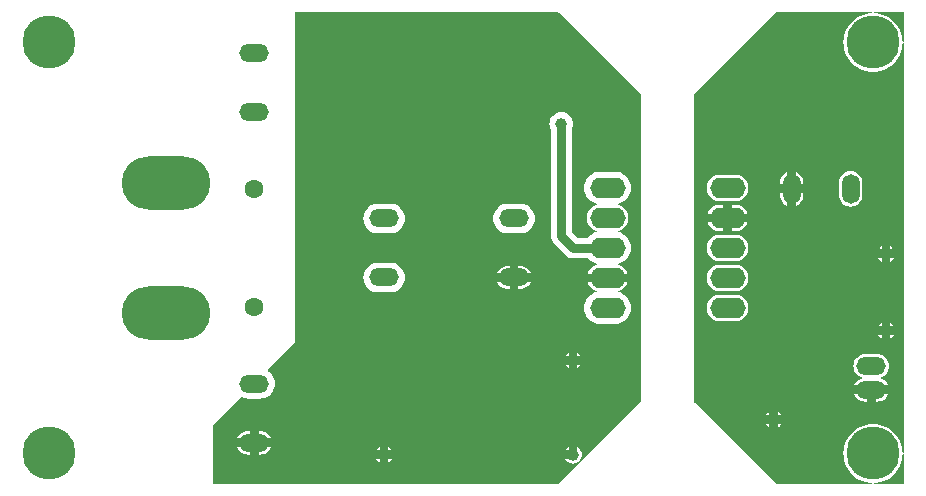
<source format=gbl>
G04 Layer_Physical_Order=2*
G04 Layer_Color=16711680*
%FSLAX25Y25*%
%MOIN*%
G70*
G01*
G75*
%ADD19C,0.02953*%
%ADD21C,0.06299*%
%ADD22O,0.11811X0.06890*%
%ADD23O,0.09843X0.05906*%
%ADD24C,0.17716*%
%ADD25O,0.05906X0.09843*%
%ADD26O,0.09843X0.05906*%
%ADD27O,0.29528X0.17716*%
%ADD28C,0.03937*%
G36*
X284764Y78347D02*
X283936Y78300D01*
X282846Y78115D01*
X281784Y77809D01*
X280762Y77386D01*
X279795Y76851D01*
X278893Y76211D01*
X278069Y75475D01*
X277332Y74650D01*
X276692Y73749D01*
X276158Y72781D01*
X275734Y71760D01*
X275429Y70698D01*
X275243Y69608D01*
X275181Y68504D01*
X275243Y67400D01*
X275429Y66310D01*
X275734Y65248D01*
X276158Y64227D01*
X276692Y63259D01*
X277332Y62358D01*
X278069Y61533D01*
X278893Y60797D01*
X279795Y60157D01*
X280762Y59622D01*
X281784Y59199D01*
X282846Y58893D01*
X283936Y58708D01*
X285039Y58646D01*
X286143Y58708D01*
X287233Y58893D01*
X288295Y59199D01*
X289317Y59622D01*
X290284Y60157D01*
X291186Y60797D01*
X292010Y61533D01*
X292747Y62358D01*
X293386Y63259D01*
X293921Y64227D01*
X294344Y65248D01*
X294650Y66310D01*
X294835Y67400D01*
X294882Y68229D01*
X295276Y68218D01*
Y-68218D01*
X294882Y-68230D01*
X294835Y-67400D01*
X294650Y-66310D01*
X294344Y-65248D01*
X293921Y-64227D01*
X293386Y-63259D01*
X292747Y-62357D01*
X292010Y-61533D01*
X291186Y-60797D01*
X290284Y-60157D01*
X289317Y-59622D01*
X288295Y-59199D01*
X287233Y-58893D01*
X286143Y-58708D01*
X285039Y-58646D01*
X283936Y-58708D01*
X282846Y-58893D01*
X281783Y-59199D01*
X280762Y-59622D01*
X279795Y-60157D01*
X278893Y-60797D01*
X278069Y-61533D01*
X277332Y-62357D01*
X276692Y-63259D01*
X276157Y-64227D01*
X275734Y-65248D01*
X275429Y-66310D01*
X275243Y-67400D01*
X275181Y-68504D01*
X275243Y-69608D01*
X275429Y-70697D01*
X275734Y-71760D01*
X276157Y-72781D01*
X276692Y-73749D01*
X277332Y-74650D01*
X278069Y-75475D01*
X278893Y-76211D01*
X279795Y-76851D01*
X280762Y-77386D01*
X281783Y-77809D01*
X282846Y-78115D01*
X283936Y-78300D01*
X284765Y-78347D01*
X284754Y-78740D01*
X252953Y-78740D01*
X225442Y-51229D01*
X225451Y-51181D01*
X225422Y-51037D01*
X225413Y-50943D01*
X225451Y51181D01*
X225442Y51229D01*
X252953Y78740D01*
X284753D01*
X284764Y78347D01*
D02*
G37*
G36*
X207629Y51229D02*
X207620Y51181D01*
X207648Y51037D01*
X207658Y50943D01*
X207620Y-51181D01*
X207629Y-51229D01*
X180118Y-78740D01*
X64961D01*
Y-59055D01*
X74414Y-49602D01*
X74531Y-49674D01*
X75246Y-49970D01*
X75999Y-50151D01*
X76772Y-50212D01*
X80709D01*
X81481Y-50151D01*
X82234Y-49970D01*
X82950Y-49674D01*
X83610Y-49269D01*
X84199Y-48766D01*
X84702Y-48177D01*
X85107Y-47517D01*
X85404Y-46801D01*
X85584Y-46048D01*
X85645Y-45276D01*
X85584Y-44503D01*
X85404Y-43750D01*
X85107Y-43034D01*
X84702Y-42374D01*
X84199Y-41785D01*
X83610Y-41282D01*
X83338Y-41115D01*
X83292Y-40724D01*
X92520Y-31496D01*
Y78740D01*
X180118Y78740D01*
X207629Y51229D01*
D02*
G37*
G36*
X295276Y68790D02*
X294882Y68779D01*
X294835Y69608D01*
X294650Y70698D01*
X294344Y71760D01*
X293921Y72781D01*
X293386Y73749D01*
X292747Y74650D01*
X292010Y75475D01*
X291186Y76211D01*
X290284Y76851D01*
X289317Y77386D01*
X288295Y77809D01*
X287233Y78115D01*
X286143Y78300D01*
X285315Y78347D01*
X285326Y78740D01*
X295276D01*
Y68790D01*
D02*
G37*
G36*
Y-68789D02*
Y-78740D01*
X285325D01*
X285314Y-78347D01*
X286143Y-78300D01*
X287233Y-78115D01*
X288295Y-77809D01*
X289317Y-77386D01*
X290284Y-76851D01*
X291186Y-76211D01*
X292010Y-75475D01*
X292747Y-74650D01*
X293386Y-73749D01*
X293921Y-72781D01*
X294344Y-71760D01*
X294650Y-70697D01*
X294835Y-69608D01*
X294882Y-68778D01*
X295276Y-68789D01*
D02*
G37*
%LPC*%
G36*
X253445Y-54528D02*
Y-55610D01*
X254527D01*
X254435Y-55438D01*
X254066Y-54989D01*
X253617Y-54620D01*
X253445Y-54528D01*
D02*
G37*
G36*
X183563Y-38878D02*
X182480D01*
X182572Y-39050D01*
X182941Y-39500D01*
X183391Y-39869D01*
X183563Y-39961D01*
Y-38878D01*
D02*
G37*
G36*
X286417Y-35414D02*
X282480D01*
X281709Y-35490D01*
X280966Y-35715D01*
X280282Y-36081D01*
X279683Y-36573D01*
X279191Y-37172D01*
X278825Y-37856D01*
X278600Y-38598D01*
X278524Y-39370D01*
X278600Y-40142D01*
X278825Y-40884D01*
X279191Y-41568D01*
X279683Y-42167D01*
X280282Y-42659D01*
X280966Y-43025D01*
X281218Y-43101D01*
Y-43513D01*
X280966Y-43589D01*
X280282Y-43955D01*
X279683Y-44447D01*
X279191Y-45046D01*
X278825Y-45730D01*
X278814Y-45768D01*
X290084D01*
X290072Y-45730D01*
X289707Y-45046D01*
X289215Y-44447D01*
X288615Y-43955D01*
X287931Y-43589D01*
X287679Y-43513D01*
Y-43101D01*
X287931Y-43025D01*
X288615Y-42659D01*
X289215Y-42167D01*
X289707Y-41568D01*
X290072Y-40884D01*
X290297Y-40142D01*
X290373Y-39370D01*
X290297Y-38598D01*
X290072Y-37856D01*
X289707Y-37172D01*
X289215Y-36573D01*
X288615Y-36081D01*
X287931Y-35715D01*
X287189Y-35490D01*
X286417Y-35414D01*
D02*
G37*
G36*
X290084Y-48720D02*
X285925D01*
Y-51200D01*
X286417D01*
X287189Y-51124D01*
X287931Y-50899D01*
X288615Y-50533D01*
X289215Y-50041D01*
X289707Y-49442D01*
X290072Y-48758D01*
X290084Y-48720D01*
D02*
G37*
G36*
X282972D02*
X278814D01*
X278825Y-48758D01*
X279191Y-49442D01*
X279683Y-50041D01*
X280282Y-50533D01*
X280966Y-50899D01*
X281709Y-51124D01*
X282480Y-51200D01*
X282972D01*
Y-48720D01*
D02*
G37*
G36*
X287894Y-29035D02*
X286811D01*
X286903Y-29208D01*
X287272Y-29657D01*
X287722Y-30026D01*
X287894Y-30118D01*
Y-29035D01*
D02*
G37*
G36*
X291929D02*
X290846D01*
Y-30118D01*
X291019Y-30026D01*
X291468Y-29657D01*
X291837Y-29208D01*
X291929Y-29035D01*
D02*
G37*
G36*
X287894Y-25000D02*
X287722Y-25092D01*
X287272Y-25461D01*
X286903Y-25911D01*
X286811Y-26083D01*
X287894D01*
Y-25000D01*
D02*
G37*
G36*
X187598Y-38878D02*
X186516D01*
Y-39961D01*
X186688Y-39869D01*
X187137Y-39500D01*
X187506Y-39050D01*
X187598Y-38878D01*
D02*
G37*
G36*
X183563Y-34843D02*
X183391Y-34935D01*
X182941Y-35304D01*
X182572Y-35753D01*
X182480Y-35925D01*
X183563D01*
Y-34843D01*
D02*
G37*
G36*
X186516D02*
Y-35925D01*
X187598D01*
X187506Y-35753D01*
X187137Y-35304D01*
X186688Y-34935D01*
X186516Y-34843D01*
D02*
G37*
G36*
X250492Y-54528D02*
X250320Y-54620D01*
X249870Y-54989D01*
X249501Y-55438D01*
X249410Y-55610D01*
X250492D01*
Y-54528D01*
D02*
G37*
G36*
X77264Y-66437D02*
X73105D01*
X73117Y-66474D01*
X73482Y-67159D01*
X73974Y-67758D01*
X74574Y-68250D01*
X75258Y-68616D01*
X76000Y-68841D01*
X76772Y-68917D01*
X77264D01*
Y-66437D01*
D02*
G37*
G36*
X84375D02*
X80216D01*
Y-68917D01*
X80709D01*
X81480Y-68841D01*
X82223Y-68616D01*
X82907Y-68250D01*
X83506Y-67758D01*
X83998Y-67159D01*
X84364Y-66474D01*
X84375Y-66437D01*
D02*
G37*
G36*
X120571Y-66339D02*
X120399Y-66431D01*
X119949Y-66800D01*
X119580Y-67249D01*
X119488Y-67421D01*
X120571D01*
Y-66339D01*
D02*
G37*
G36*
X186516D02*
Y-68898D01*
X185039D01*
Y-70374D01*
X182480D01*
X182572Y-70546D01*
X182941Y-70996D01*
X183391Y-71365D01*
X183904Y-71639D01*
X184460Y-71808D01*
X185039Y-71865D01*
X185618Y-71808D01*
X186175Y-71639D01*
X186688Y-71365D01*
X187137Y-70996D01*
X187506Y-70546D01*
X187781Y-70033D01*
X187949Y-69476D01*
X188006Y-68898D01*
X187949Y-68319D01*
X187781Y-67762D01*
X187506Y-67249D01*
X187137Y-66800D01*
X186688Y-66431D01*
X186516Y-66339D01*
D02*
G37*
G36*
X120571Y-70374D02*
X119488D01*
X119580Y-70546D01*
X119949Y-70996D01*
X120399Y-71365D01*
X120571Y-71457D01*
Y-70374D01*
D02*
G37*
G36*
X124606D02*
X123524D01*
Y-71457D01*
X123696Y-71365D01*
X124145Y-70996D01*
X124514Y-70546D01*
X124606Y-70374D01*
D02*
G37*
G36*
X80709Y-61005D02*
X80216D01*
Y-63484D01*
X84375D01*
X84364Y-63447D01*
X83998Y-62763D01*
X83506Y-62163D01*
X82907Y-61671D01*
X82223Y-61306D01*
X81480Y-61081D01*
X80709Y-61005D01*
D02*
G37*
G36*
X250492Y-58563D02*
X249410D01*
X249501Y-58735D01*
X249870Y-59185D01*
X250320Y-59554D01*
X250492Y-59646D01*
Y-58563D01*
D02*
G37*
G36*
X254527D02*
X253445D01*
Y-59646D01*
X253617Y-59554D01*
X254066Y-59185D01*
X254435Y-58735D01*
X254527Y-58563D01*
D02*
G37*
G36*
X123524Y-66339D02*
Y-67421D01*
X124606D01*
X124514Y-67249D01*
X124145Y-66800D01*
X123696Y-66431D01*
X123524Y-66339D01*
D02*
G37*
G36*
X183563D02*
X183391Y-66431D01*
X182941Y-66800D01*
X182572Y-67249D01*
X182480Y-67421D01*
X183563D01*
Y-66339D01*
D02*
G37*
G36*
X77264Y-61005D02*
X76772D01*
X76000Y-61081D01*
X75258Y-61306D01*
X74574Y-61671D01*
X73974Y-62163D01*
X73482Y-62763D01*
X73117Y-63447D01*
X73105Y-63484D01*
X77264D01*
Y-61005D01*
D02*
G37*
G36*
X235059Y8524D02*
X229892D01*
X230116Y7983D01*
X230481Y7389D01*
X230933Y6858D01*
X231463Y6406D01*
X232058Y6041D01*
X232702Y5775D01*
X233380Y5612D01*
X234075Y5557D01*
X235059D01*
Y8524D01*
D02*
G37*
G36*
X243179D02*
X238012D01*
Y5557D01*
X238996D01*
X239691Y5612D01*
X240369Y5775D01*
X241013Y6041D01*
X241607Y6406D01*
X242138Y6858D01*
X242590Y7389D01*
X242955Y7983D01*
X243179Y8524D01*
D02*
G37*
G36*
X235059Y14443D02*
X234075D01*
X233380Y14388D01*
X232702Y14225D01*
X232058Y13959D01*
X231463Y13594D01*
X230933Y13142D01*
X230481Y12611D01*
X230116Y12017D01*
X229892Y11476D01*
X235059D01*
Y14443D01*
D02*
G37*
G36*
X290846Y590D02*
Y-492D01*
X291929D01*
X291837Y-320D01*
X291468Y129D01*
X291019Y499D01*
X290846Y590D01*
D02*
G37*
G36*
X124016Y14779D02*
X120079D01*
X119307Y14718D01*
X118553Y14537D01*
X117838Y14241D01*
X117177Y13836D01*
X116588Y13333D01*
X116085Y12744D01*
X115680Y12084D01*
X115384Y11368D01*
X115203Y10615D01*
X115142Y9843D01*
X115203Y9070D01*
X115384Y8317D01*
X115680Y7601D01*
X116085Y6941D01*
X116588Y6352D01*
X117177Y5849D01*
X117838Y5444D01*
X118553Y5148D01*
X119307Y4967D01*
X120079Y4906D01*
X124016D01*
X124788Y4967D01*
X125541Y5148D01*
X126257Y5444D01*
X126917Y5849D01*
X127506Y6352D01*
X128009Y6941D01*
X128414Y7601D01*
X128711Y8317D01*
X128891Y9070D01*
X128952Y9843D01*
X128891Y10615D01*
X128711Y11368D01*
X128414Y12084D01*
X128009Y12744D01*
X127506Y13333D01*
X126917Y13836D01*
X126257Y14241D01*
X125541Y14537D01*
X124788Y14718D01*
X124016Y14779D01*
D02*
G37*
G36*
X167323D02*
X163386D01*
X162614Y14718D01*
X161860Y14537D01*
X161145Y14241D01*
X160484Y13836D01*
X159895Y13333D01*
X159392Y12744D01*
X158987Y12084D01*
X158691Y11368D01*
X158510Y10615D01*
X158449Y9843D01*
X158510Y9070D01*
X158691Y8317D01*
X158987Y7601D01*
X159392Y6941D01*
X159895Y6352D01*
X160484Y5849D01*
X161145Y5444D01*
X161860Y5148D01*
X162614Y4967D01*
X163386Y4906D01*
X167323D01*
X168095Y4967D01*
X168848Y5148D01*
X169564Y5444D01*
X170224Y5849D01*
X170813Y6352D01*
X171317Y6941D01*
X171721Y7601D01*
X172018Y8317D01*
X172198Y9070D01*
X172259Y9843D01*
X172198Y10615D01*
X172018Y11368D01*
X171721Y12084D01*
X171317Y12744D01*
X170813Y13333D01*
X170224Y13836D01*
X169564Y14241D01*
X168848Y14537D01*
X168095Y14718D01*
X167323Y14779D01*
D02*
G37*
G36*
X238996Y14443D02*
X238012D01*
Y11476D01*
X243179D01*
X242955Y12017D01*
X242590Y12611D01*
X242138Y13142D01*
X241607Y13594D01*
X241013Y13959D01*
X240369Y14225D01*
X239691Y14388D01*
X238996Y14443D01*
D02*
G37*
G36*
Y24443D02*
X234075D01*
X233380Y24388D01*
X232702Y24225D01*
X232058Y23959D01*
X231463Y23594D01*
X230933Y23142D01*
X230481Y22611D01*
X230116Y22017D01*
X229849Y21373D01*
X229687Y20695D01*
X229632Y20000D01*
X229687Y19305D01*
X229849Y18627D01*
X230116Y17983D01*
X230481Y17389D01*
X230933Y16858D01*
X231463Y16406D01*
X232058Y16041D01*
X232702Y15775D01*
X233380Y15612D01*
X234075Y15557D01*
X238996D01*
X239691Y15612D01*
X240369Y15775D01*
X241013Y16041D01*
X241607Y16406D01*
X242138Y16858D01*
X242590Y17389D01*
X242955Y17983D01*
X243221Y18627D01*
X243384Y19305D01*
X243439Y20000D01*
X243384Y20695D01*
X243221Y21373D01*
X242955Y22017D01*
X242590Y22611D01*
X242138Y23142D01*
X241607Y23594D01*
X241013Y23959D01*
X240369Y24225D01*
X239691Y24388D01*
X238996Y24443D01*
D02*
G37*
G36*
X256398Y25320D02*
X256360Y25308D01*
X255676Y24943D01*
X255077Y24451D01*
X254585Y23851D01*
X254219Y23167D01*
X253994Y22425D01*
X253918Y21654D01*
Y21161D01*
X256398D01*
Y25320D01*
D02*
G37*
G36*
X259350D02*
Y21161D01*
X261830D01*
Y21654D01*
X261754Y22425D01*
X261529Y23167D01*
X261163Y23851D01*
X260671Y24451D01*
X260072Y24943D01*
X259388Y25308D01*
X259350Y25320D01*
D02*
G37*
G36*
X277559Y25610D02*
X276787Y25534D01*
X276045Y25308D01*
X275361Y24943D01*
X274762Y24451D01*
X274270Y23851D01*
X273904Y23167D01*
X273679Y22425D01*
X273603Y21654D01*
Y17717D01*
X273679Y16945D01*
X273904Y16203D01*
X274270Y15519D01*
X274762Y14919D01*
X275361Y14427D01*
X276045Y14062D01*
X276787Y13837D01*
X277559Y13760D01*
X278331Y13837D01*
X279073Y14062D01*
X279757Y14427D01*
X280356Y14919D01*
X280848Y15519D01*
X281214Y16203D01*
X281439Y16945D01*
X281515Y17717D01*
Y21654D01*
X281439Y22425D01*
X281214Y23167D01*
X280848Y23851D01*
X280356Y24451D01*
X279757Y24943D01*
X279073Y25308D01*
X278331Y25534D01*
X277559Y25610D01*
D02*
G37*
G36*
X256398Y18209D02*
X253918D01*
Y17717D01*
X253994Y16945D01*
X254219Y16203D01*
X254585Y15519D01*
X255077Y14919D01*
X255676Y14427D01*
X256360Y14062D01*
X256398Y14050D01*
Y18209D01*
D02*
G37*
G36*
X261830D02*
X259350D01*
Y14050D01*
X259388Y14062D01*
X260072Y14427D01*
X260671Y14919D01*
X261163Y15519D01*
X261529Y16203D01*
X261754Y16945D01*
X261830Y17717D01*
Y18209D01*
D02*
G37*
G36*
X287894Y590D02*
X287722Y499D01*
X287272Y129D01*
X286903Y-320D01*
X286811Y-492D01*
X287894D01*
Y590D01*
D02*
G37*
G36*
X124016Y-4906D02*
X120079D01*
X119307Y-4967D01*
X118553Y-5148D01*
X117838Y-5444D01*
X117177Y-5849D01*
X116588Y-6352D01*
X116085Y-6941D01*
X115680Y-7601D01*
X115384Y-8317D01*
X115203Y-9070D01*
X115142Y-9843D01*
X115203Y-10615D01*
X115384Y-11368D01*
X115680Y-12084D01*
X116085Y-12744D01*
X116588Y-13333D01*
X117177Y-13836D01*
X117838Y-14241D01*
X118553Y-14537D01*
X119307Y-14718D01*
X120079Y-14779D01*
X124016D01*
X124788Y-14718D01*
X125541Y-14537D01*
X126257Y-14241D01*
X126917Y-13836D01*
X127506Y-13333D01*
X128009Y-12744D01*
X128414Y-12084D01*
X128711Y-11368D01*
X128891Y-10615D01*
X128952Y-9843D01*
X128891Y-9070D01*
X128711Y-8317D01*
X128414Y-7601D01*
X128009Y-6941D01*
X127506Y-6352D01*
X126917Y-5849D01*
X126257Y-5444D01*
X125541Y-5148D01*
X124788Y-4967D01*
X124016Y-4906D01*
D02*
G37*
G36*
X238996Y-5557D02*
X234075D01*
X233380Y-5612D01*
X232702Y-5775D01*
X232058Y-6041D01*
X231463Y-6406D01*
X230933Y-6858D01*
X230481Y-7389D01*
X230116Y-7983D01*
X229849Y-8627D01*
X229687Y-9305D01*
X229632Y-10000D01*
X229687Y-10695D01*
X229849Y-11373D01*
X230116Y-12017D01*
X230481Y-12611D01*
X230933Y-13142D01*
X231463Y-13594D01*
X232058Y-13959D01*
X232702Y-14225D01*
X233380Y-14388D01*
X234075Y-14443D01*
X238996D01*
X239691Y-14388D01*
X240369Y-14225D01*
X241013Y-13959D01*
X241607Y-13594D01*
X242138Y-13142D01*
X242590Y-12611D01*
X242955Y-12017D01*
X243221Y-11373D01*
X243384Y-10695D01*
X243439Y-10000D01*
X243384Y-9305D01*
X243221Y-8627D01*
X242955Y-7983D01*
X242590Y-7389D01*
X242138Y-6858D01*
X241607Y-6406D01*
X241013Y-6041D01*
X240369Y-5775D01*
X239691Y-5612D01*
X238996Y-5557D01*
D02*
G37*
G36*
X163878Y-11319D02*
X159720D01*
X159731Y-11356D01*
X160097Y-12040D01*
X160589Y-12640D01*
X161188Y-13132D01*
X161872Y-13497D01*
X162614Y-13723D01*
X163386Y-13799D01*
X163878D01*
Y-11319D01*
D02*
G37*
G36*
X290846Y-25000D02*
Y-26083D01*
X291929D01*
X291837Y-25911D01*
X291468Y-25461D01*
X291019Y-25092D01*
X290846Y-25000D01*
D02*
G37*
G36*
X203179Y-11476D02*
X189892D01*
X190116Y-12017D01*
X190480Y-12611D01*
X190933Y-13142D01*
X191463Y-13594D01*
X192058Y-13959D01*
X192702Y-14225D01*
X192977Y-14291D01*
Y-14696D01*
X192397Y-14836D01*
X191610Y-15162D01*
X190883Y-15607D01*
X190235Y-16160D01*
X189682Y-16808D01*
X189236Y-17535D01*
X188910Y-18322D01*
X188712Y-19150D01*
X188645Y-20000D01*
X188712Y-20850D01*
X188910Y-21678D01*
X189236Y-22465D01*
X189682Y-23192D01*
X190235Y-23840D01*
X190883Y-24393D01*
X191610Y-24838D01*
X192397Y-25164D01*
X193225Y-25363D01*
X194075Y-25430D01*
X198996D01*
X199846Y-25363D01*
X200674Y-25164D01*
X201461Y-24838D01*
X202188Y-24393D01*
X202836Y-23840D01*
X203389Y-23192D01*
X203834Y-22465D01*
X204160Y-21678D01*
X204359Y-20850D01*
X204426Y-20000D01*
X204359Y-19150D01*
X204160Y-18322D01*
X203834Y-17535D01*
X203389Y-16808D01*
X202836Y-16160D01*
X202188Y-15607D01*
X201461Y-15162D01*
X200674Y-14836D01*
X200094Y-14696D01*
Y-14291D01*
X200369Y-14225D01*
X201013Y-13959D01*
X201607Y-13594D01*
X202138Y-13142D01*
X202590Y-12611D01*
X202955Y-12017D01*
X203179Y-11476D01*
D02*
G37*
G36*
X238996Y-15557D02*
X234075D01*
X233380Y-15612D01*
X232702Y-15775D01*
X232058Y-16041D01*
X231463Y-16406D01*
X230933Y-16858D01*
X230481Y-17389D01*
X230116Y-17983D01*
X229849Y-18627D01*
X229687Y-19305D01*
X229632Y-20000D01*
X229687Y-20695D01*
X229849Y-21373D01*
X230116Y-22017D01*
X230481Y-22611D01*
X230933Y-23142D01*
X231463Y-23594D01*
X232058Y-23959D01*
X232702Y-24225D01*
X233380Y-24388D01*
X234075Y-24443D01*
X238996D01*
X239691Y-24388D01*
X240369Y-24225D01*
X241013Y-23959D01*
X241607Y-23594D01*
X242138Y-23142D01*
X242590Y-22611D01*
X242955Y-22017D01*
X243221Y-21373D01*
X243384Y-20695D01*
X243439Y-20000D01*
X243384Y-19305D01*
X243221Y-18627D01*
X242955Y-17983D01*
X242590Y-17389D01*
X242138Y-16858D01*
X241607Y-16406D01*
X241013Y-16041D01*
X240369Y-15775D01*
X239691Y-15612D01*
X238996Y-15557D01*
D02*
G37*
G36*
X170989Y-11319D02*
X166831D01*
Y-13799D01*
X167323D01*
X168095Y-13723D01*
X168837Y-13497D01*
X169521Y-13132D01*
X170120Y-12640D01*
X170612Y-12040D01*
X170978Y-11356D01*
X170989Y-11319D01*
D02*
G37*
G36*
X287894Y-3445D02*
X286811D01*
X286903Y-3617D01*
X287272Y-4067D01*
X287722Y-4436D01*
X287894Y-4527D01*
Y-3445D01*
D02*
G37*
G36*
X291929D02*
X290846D01*
Y-4527D01*
X291019Y-4436D01*
X291468Y-4067D01*
X291837Y-3617D01*
X291929Y-3445D01*
D02*
G37*
G36*
X238996Y4443D02*
X234075D01*
X233380Y4388D01*
X232702Y4225D01*
X232058Y3959D01*
X231463Y3594D01*
X230933Y3142D01*
X230481Y2611D01*
X230116Y2017D01*
X229849Y1373D01*
X229687Y695D01*
X229632Y0D01*
X229687Y-695D01*
X229849Y-1373D01*
X230116Y-2017D01*
X230481Y-2611D01*
X230933Y-3142D01*
X231463Y-3594D01*
X232058Y-3959D01*
X232702Y-4225D01*
X233380Y-4388D01*
X234075Y-4443D01*
X238996D01*
X239691Y-4388D01*
X240369Y-4225D01*
X241013Y-3959D01*
X241607Y-3594D01*
X242138Y-3142D01*
X242590Y-2611D01*
X242955Y-2017D01*
X243221Y-1373D01*
X243384Y-695D01*
X243439Y0D01*
X243384Y695D01*
X243221Y1373D01*
X242955Y2017D01*
X242590Y2611D01*
X242138Y3142D01*
X241607Y3594D01*
X241013Y3959D01*
X240369Y4225D01*
X239691Y4388D01*
X238996Y4443D01*
D02*
G37*
G36*
X181102Y45295D02*
X180331Y45219D01*
X179588Y44993D01*
X178904Y44628D01*
X178305Y44136D01*
X177813Y43536D01*
X177447Y42853D01*
X177222Y42110D01*
X177146Y41339D01*
X177222Y40567D01*
X177447Y39825D01*
X177641Y39463D01*
Y3937D01*
X177641Y3937D01*
X177707Y3262D01*
X177904Y2612D01*
X178224Y2014D01*
X178655Y1489D01*
X182592Y-2448D01*
X182592Y-2448D01*
X183116Y-2878D01*
X183715Y-3198D01*
X184364Y-3395D01*
X185039Y-3461D01*
X189912D01*
X190235Y-3840D01*
X190883Y-4393D01*
X191610Y-4838D01*
X192397Y-5164D01*
X192977Y-5304D01*
Y-5709D01*
X192702Y-5775D01*
X192058Y-6041D01*
X191463Y-6406D01*
X190933Y-6858D01*
X190480Y-7389D01*
X190116Y-7983D01*
X189892Y-8524D01*
X203179D01*
X202955Y-7983D01*
X202590Y-7389D01*
X202138Y-6858D01*
X201607Y-6406D01*
X201013Y-6041D01*
X200369Y-5775D01*
X200094Y-5709D01*
Y-5304D01*
X200674Y-5164D01*
X201461Y-4838D01*
X202188Y-4393D01*
X202836Y-3840D01*
X203389Y-3192D01*
X203834Y-2465D01*
X204160Y-1678D01*
X204359Y-850D01*
X204426Y0D01*
X204359Y850D01*
X204160Y1678D01*
X203834Y2465D01*
X203389Y3192D01*
X202836Y3840D01*
X202188Y4393D01*
X201461Y4838D01*
X200674Y5164D01*
X200094Y5304D01*
Y5709D01*
X200369Y5775D01*
X201013Y6041D01*
X201607Y6406D01*
X202138Y6858D01*
X202590Y7389D01*
X202955Y7983D01*
X203221Y8627D01*
X203384Y9305D01*
X203439Y10000D01*
X203384Y10695D01*
X203221Y11373D01*
X202955Y12017D01*
X202590Y12611D01*
X202138Y13142D01*
X201607Y13594D01*
X201013Y13959D01*
X200369Y14225D01*
X200094Y14291D01*
Y14696D01*
X200674Y14836D01*
X201461Y15162D01*
X202188Y15607D01*
X202836Y16160D01*
X203389Y16808D01*
X203834Y17535D01*
X204160Y18322D01*
X204359Y19150D01*
X204426Y20000D01*
X204359Y20850D01*
X204160Y21678D01*
X203834Y22465D01*
X203389Y23192D01*
X202836Y23840D01*
X202188Y24393D01*
X201461Y24838D01*
X200674Y25164D01*
X199846Y25363D01*
X198996Y25430D01*
X194075D01*
X193225Y25363D01*
X192397Y25164D01*
X191610Y24838D01*
X190883Y24393D01*
X190235Y23840D01*
X189682Y23192D01*
X189236Y22465D01*
X188910Y21678D01*
X188712Y20850D01*
X188645Y20000D01*
X188712Y19150D01*
X188910Y18322D01*
X189236Y17535D01*
X189682Y16808D01*
X190235Y16160D01*
X190883Y15607D01*
X191610Y15162D01*
X192397Y14836D01*
X192977Y14696D01*
Y14291D01*
X192702Y14225D01*
X192058Y13959D01*
X191463Y13594D01*
X190933Y13142D01*
X190480Y12611D01*
X190116Y12017D01*
X189849Y11373D01*
X189687Y10695D01*
X189632Y10000D01*
X189687Y9305D01*
X189849Y8627D01*
X190116Y7983D01*
X190480Y7389D01*
X190933Y6858D01*
X191463Y6406D01*
X192058Y6041D01*
X192702Y5775D01*
X192977Y5709D01*
Y5304D01*
X192397Y5164D01*
X191610Y4838D01*
X190883Y4393D01*
X190235Y3840D01*
X189912Y3461D01*
X186473D01*
X184564Y5371D01*
Y39463D01*
X184757Y39825D01*
X184982Y40567D01*
X185058Y41339D01*
X184982Y42110D01*
X184757Y42853D01*
X184392Y43536D01*
X183900Y44136D01*
X183300Y44628D01*
X182616Y44993D01*
X181874Y45219D01*
X181102Y45295D01*
D02*
G37*
G36*
X163878Y-5886D02*
X163386D01*
X162614Y-5962D01*
X161872Y-6188D01*
X161188Y-6553D01*
X160589Y-7045D01*
X160097Y-7645D01*
X159731Y-8329D01*
X159720Y-8366D01*
X163878D01*
Y-5886D01*
D02*
G37*
G36*
X167323D02*
X166831D01*
Y-8366D01*
X170989D01*
X170978Y-8329D01*
X170612Y-7645D01*
X170120Y-7045D01*
X169521Y-6553D01*
X168837Y-6188D01*
X168095Y-5962D01*
X167323Y-5886D01*
D02*
G37*
%LPD*%
D19*
X185039Y0D02*
X196535D01*
X181102Y3937D02*
X185039Y0D01*
X181102Y3937D02*
Y41339D01*
D21*
X78740Y-19685D02*
D03*
Y19685D02*
D03*
D22*
X196535Y20000D02*
D03*
Y10000D02*
D03*
Y0D02*
D03*
Y-10000D02*
D03*
Y-20000D02*
D03*
X236535Y20000D02*
D03*
Y10000D02*
D03*
Y0D02*
D03*
Y-10000D02*
D03*
Y-20000D02*
D03*
D23*
X284449Y-39370D02*
D03*
Y-47244D02*
D03*
X78740Y-45276D02*
D03*
Y-64961D02*
D03*
Y45276D02*
D03*
Y64961D02*
D03*
D24*
X285039Y-68504D02*
D03*
X10236Y-68504D02*
D03*
Y68504D02*
D03*
X285039D02*
D03*
D25*
X257874Y19685D02*
D03*
X277559D02*
D03*
D26*
X122047Y9843D02*
D03*
Y-9843D02*
D03*
X165354Y9843D02*
D03*
Y-9843D02*
D03*
D27*
X49213Y-21654D02*
D03*
Y21654D02*
D03*
D28*
X185039Y-37402D02*
D03*
Y-68898D02*
D03*
X122047D02*
D03*
X251969Y-57087D02*
D03*
X289370Y-27559D02*
D03*
Y-1969D02*
D03*
X181102Y41339D02*
D03*
M02*

</source>
